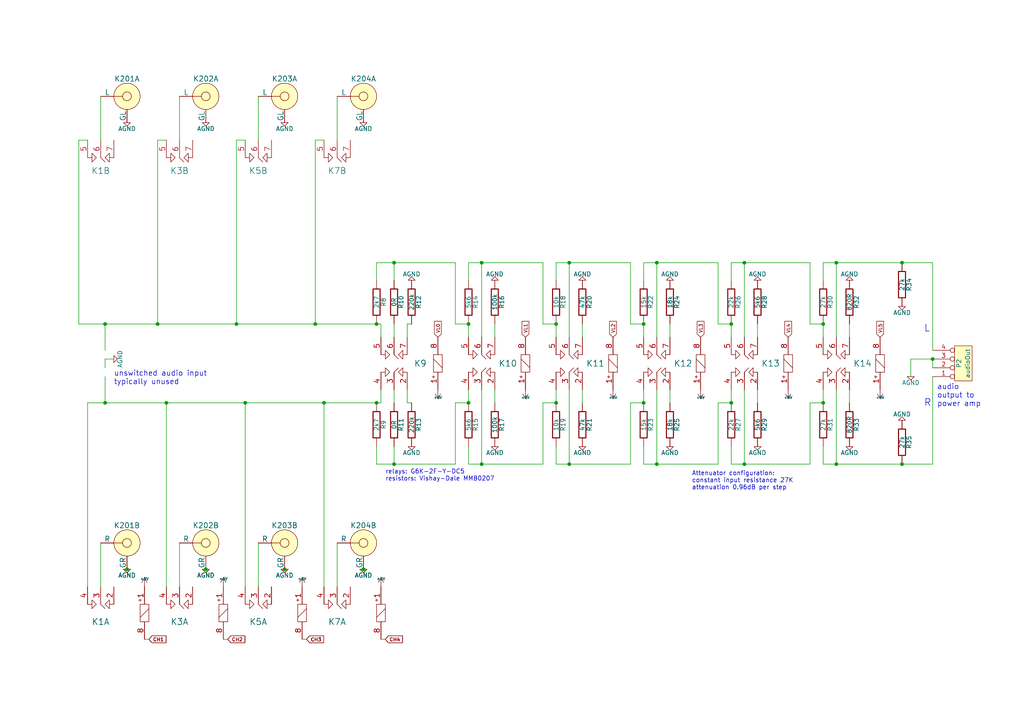
<source format=kicad_sch>
(kicad_sch (version 20231120) (generator "eeschema") (generator_version "8.0")
  (paper "A4")
  (title_block (title "Audio Attenuator") (date "2016-08-27") (company "Jos van Eijndhoven") (comment 1 "Copyright 2016") (comment 2 "Permission for free use for personal/DIY application only"))
  (lib_symbols
    (symbol "relaixedPassive-rescue:+5V-power" (power) (pin_names (offset 0))
      (property "Value" "power_+5V" (at 0 3.556 0))
      (symbol "+5V-power_0_1"
        (polyline (pts (xy -0.762 1.27) (xy 0 2.54)))
        (polyline (pts (xy 0 0) (xy 0 2.54)))
        (polyline (pts (xy 0 2.54) (xy 0.762 1.27)))
      )
      (symbol "+5V-power_1_1"
        (pin power_in line (at 0 0 90) (length 0) hide (name "+5V") (number "1"))
      )
    )
    (symbol "relaixedPassive-rescue:AGND" (power) (pin_names (offset 0.254))
      (property "Value" "AGND" (at 0 -1.778 0))
      (symbol "AGND_0_1"
        (polyline (pts (xy -1.016 0) (xy 1.016 0) (xy 0 -1.016) (xy -1.016 0)))
      )
      (symbol "AGND_1_1"
        (pin power_in line (at 0 0 90) (length 0) hide (name "AGND") (number "1"))
      )
    )
    (symbol "relaixedPassive-rescue:CONN_4" (pin_names (offset 1.016) hide)
      (property "Reference" "P" (at -1.27 0 90))
      (property "Value" "CONN_4" (at 1.27 0 90))
      (symbol "CONN_4_0_1"
        (rectangle (start -2.54 5.08) (end 2.54 -5.08) (fill (type background)))
      )
      (symbol "CONN_4_1_1"
        (pin passive inverted (at -8.89 3.81 0) (length 6.35) (name "P1") (number "1"))
        (pin passive inverted (at -8.89 1.27 0) (length 6.35) (name "P2") (number "2"))
        (pin passive inverted (at -8.89 -1.27 0) (length 6.35) (name "P3") (number "3"))
        (pin passive inverted (at -8.89 -3.81 0) (length 6.35) (name "P4") (number "4"))
      )
    )
    (symbol "relaixedPassive-rescue:R" (pin_numbers hide) (pin_names (offset 0))
      (property "Reference" "R" (at 2.032 0 90))
      (property "Value" "R" (at 0 0 90))
      (symbol "R_0_1"
        (rectangle (start -1.016 3.81) (end 1.016 -3.81) (stroke (width 0.3048)))
      )
      (symbol "R_1_1"
        (pin passive line (at 0 6.35 270) (length 2.54) (name "~") (number "1"))
        (pin passive line (at 0 -6.35 90) (length 2.54) (name "~") (number "2"))
      )
    )
    (symbol "relaixedPassive-rescue:RELAY_G6K" (pin_names (offset 1.016) hide)
      (property "Reference" "K" (at -1.27 10.16 0))
      (property "Value" "RELAY_G6K" (at 3.81 0 0))
      (symbol "RELAY_G6K_0_0"
        (text "+" (at -5.08 -3.81 0) (effects (font (size 1.016 1.016))))
      )
      (symbol "RELAY_G6K_0_1"
        (rectangle (start -7.62 2.54) (end -5.08 -2.54))
        (polyline (pts (xy 3.81 -2.54) (xy 2.54 -2.54) (xy 2.54 -2.54)))
        (polyline (pts (xy 3.81 2.54) (xy 2.54 2.54) (xy 2.54 2.54)))
        (polyline (pts (xy 8.89 -2.54) (xy 10.16 -2.54) (xy 10.16 -2.54)))
        (polyline (pts (xy 8.89 2.54) (xy 10.16 2.54) (xy 10.16 2.54)))
        (polyline (pts (xy -5.08 1.27) (xy -7.62 -1.27) (xy -7.62 -1.27) (xy -7.62 -1.27)))
        (polyline (pts (xy 5.08 -1.27) (xy 6.35 -2.54) (xy 6.35 -3.81) (xy 6.35 -3.81)))
        (polyline (pts (xy 5.08 1.27) (xy 6.35 2.54) (xy 6.35 3.81) (xy 6.35 3.81)))
        (polyline (pts (xy 3.81 -1.27) (xy 3.81 -3.81) (xy 5.08 -2.54) (xy 3.81 -1.27) (xy 3.81 -1.27)))
        (polyline (pts (xy 3.81 3.81) (xy 3.81 1.27) (xy 5.08 2.54) (xy 3.81 3.81) (xy 3.81 3.81)))
        (polyline (pts (xy 7.62 -2.54) (xy 8.89 -1.27) (xy 8.89 -3.81) (xy 7.62 -2.54) (xy 7.62 -2.54)))
        (polyline (pts (xy 7.62 2.54) (xy 8.89 3.81) (xy 8.89 1.27) (xy 7.62 2.54) (xy 7.62 2.54)))
      )
      (symbol "RELAY_G6K_1_1"
        (pin input line (at -6.35 -7.62 90) (length 5.08) (name "~") (number "1"))
        (pin passive line (at 2.54 -7.62 90) (length 5.08) (name "~") (number "2"))
        (pin passive line (at 6.35 -7.62 90) (length 5.08) (name "~") (number "3"))
        (pin passive line (at 10.16 -7.62 90) (length 5.08) (name "~") (number "4"))
        (pin passive line (at 10.16 7.62 270) (length 5.08) (name "~") (number "5"))
        (pin passive line (at 6.35 7.62 270) (length 5.08) (name "~") (number "6"))
        (pin passive line (at 2.54 7.62 270) (length 5.08) (name "~") (number "7"))
        (pin input line (at -6.35 7.62 270) (length 5.08) (name "~") (number "8"))
      )
    )
    (symbol "relaixedPassive-rescue:RELAY_G6K_AB" (pin_names (offset 1.016) hide)
      (property "Reference" "K" (at -1.27 10.16 0))
      (property "Value" "RELAY_G6K_AB" (at 5.08 0 0))
      (symbol "RELAY_G6K_AB_1_0"
        (text "+" (at -5.08 -3.81 0) (effects (font (size 1.016 1.016))))
      )
      (symbol "RELAY_G6K_AB_1_1"
        (rectangle (start -7.62 2.54) (end -5.08 -2.54))
        (polyline (pts (xy 2.54 -2.54) (xy 3.81 -2.54)))
        (polyline (pts (xy 6.35 -2.54) (xy 5.08 -1.27)))
        (polyline (pts (xy -5.08 1.27) (xy -7.62 -1.27) (xy -7.62 -1.27) (xy -7.62 -1.27)))
        (polyline (pts (xy 3.81 -1.27) (xy 3.81 -3.81) (xy 5.08 -2.54) (xy 3.81 -1.27) (xy 3.81 -1.27)))
        (polyline (pts (xy 10.16 -2.54) (xy 8.89 -2.54) (xy 8.89 -1.27) (xy 7.62 -2.54) (xy 8.89 -3.81) (xy 8.89 -2.54)))
        (pin input line (at -6.35 -7.62 90) (length 5.08) (name "~") (number "1"))
        (pin passive line (at 2.54 -7.62 90) (length 5.08) (name "~") (number "2"))
        (pin passive line (at 6.35 -7.62 90) (length 5.08) (name "~") (number "3"))
        (pin passive line (at 10.16 -7.62 90) (length 5.08) (name "~") (number "4"))
        (pin input line (at -6.35 7.62 270) (length 5.08) (name "~") (number "8"))
      )
      (symbol "RELAY_G6K_AB_2_1"
        (polyline (pts (xy 6.35 2.54) (xy 5.08 1.27)))
        (polyline (pts (xy 8.89 2.54) (xy 8.89 3.81) (xy 7.62 2.54) (xy 8.89 1.27) (xy 8.89 2.54)))
        (polyline (pts (xy 2.54 2.54) (xy 3.81 2.54) (xy 3.81 1.27) (xy 5.08 2.54) (xy 3.81 3.81) (xy 3.81 2.54)))
        (rectangle (start 10.16 2.54) (end 8.89 2.54))
        (pin passive line (at 10.16 7.62 270) (length 5.08) (name "~") (number "5"))
        (pin passive line (at 6.35 7.62 270) (length 5.08) (name "~") (number "6"))
        (pin passive line (at 2.54 7.62 270) (length 5.08) (name "~") (number "7"))
      )
    )
    (symbol "relaixedPassive-rescue:cinch-dual" (pin_numbers hide) (pin_names (offset 0))
      (property "Reference" "K" (at 0 5.08 0))
      (property "Value" "cinch-dual" (at 7.62 -6.35 0))
      (symbol "cinch-dual_0_1"
        (polyline (pts (xy -1.27 0) (xy -2.54 0) (xy -3.81 0)))
        (circle (center 0 0) (radius 1.27))
        (circle (center 0 0) (radius 3.81) (fill (type background)))
      )
      (symbol "cinch-dual_1_1"
        (pin passive line (at -7.62 0 0) (length 3.81) (name "L") (number "2"))
        (pin passive line (at 0 -7.62 90) (length 3.81) (name "GL") (number "3"))
      )
      (symbol "cinch-dual_2_1"
        (pin passive line (at -7.62 0 0) (length 3.81) (name "R") (number "1"))
        (pin passive line (at 0 -7.62 90) (length 3.81) (name "GR") (number "4"))
      )
    )
  )
  (junction (at 48.26 116.84))
  (junction (at 161.29 116.84))
  (junction (at 91.44 93.98))
  (junction (at 71.12 116.84))
  (junction (at 93.98 116.84))
  (junction (at 242.57 134.62))
  (junction (at 212.09 116.84))
  (junction (at 238.76 93.98))
  (junction (at 212.09 93.98))
  (junction (at 190.5 76.2))
  (junction (at 135.89 116.84))
  (junction (at 270.51 104.14))
  (junction (at 215.9 76.2))
  (junction (at 105.41 165.1))
  (junction (at 30.48 116.84))
  (junction (at 186.69 116.84))
  (junction (at 109.22 93.98))
  (junction (at 165.1 134.62))
  (junction (at 190.5 134.62))
  (junction (at 238.76 116.84))
  (junction (at 82.55 165.1))
  (junction (at 139.7 134.62))
  (junction (at 261.62 76.2))
  (junction (at 242.57 76.2))
  (junction (at 215.9 134.62))
  (junction (at 161.29 93.98))
  (junction (at 36.83 165.1))
  (junction (at 109.22 116.84))
  (junction (at 165.1 76.2))
  (junction (at 261.62 134.62))
  (junction (at 30.48 93.98))
  (junction (at 59.69 165.1))
  (junction (at 68.58 93.98))
  (junction (at 186.69 93.98))
  (junction (at 45.72 93.98))
  (junction (at 114.3 134.62))
  (junction (at 139.7 76.2))
  (junction (at 114.3 76.2))
  (junction (at 135.89 93.98))
  (wire (pts (xy 186.69 134.62) (xy 186.69 129.54)))
  (wire (pts (xy 110.49 116.84) (xy 110.49 113.03)))
  (wire (pts (xy 143.51 113.03) (xy 143.51 116.84)))
  (wire (pts (xy 139.7 76.2) (xy 157.48 76.2)))
  (wire (pts (xy 30.48 93.98) (xy 30.48 101.6)))
  (wire (pts (xy 71.12 170.18) (xy 71.12 116.84)))
  (wire (pts (xy 91.44 40.64) (xy 93.98 40.64)))
  (wire (pts (xy 135.89 93.98) (xy 135.89 97.79)))
  (wire (pts (xy 135.89 76.2) (xy 139.7 76.2)))
  (wire (pts (xy 234.95 93.98) (xy 238.76 93.98)))
  (wire (pts (xy 238.76 134.62) (xy 238.76 129.54)))
  (wire (pts (xy 161.29 134.62) (xy 165.1 134.62)))
  (wire (pts (xy 114.3 81.28) (xy 114.3 76.2)))
  (wire (pts (xy 114.3 93.98) (xy 114.3 97.79)))
  (wire (pts (xy 261.62 76.2) (xy 270.51 76.2)))
  (wire (pts (xy 132.08 134.62) (xy 114.3 134.62)))
  (wire (pts (xy 186.69 76.2) (xy 190.5 76.2)))
  (wire (pts (xy 165.1 134.62) (xy 182.88 134.62)))
  (wire (pts (xy 270.51 134.62) (xy 270.51 109.22)))
  (wire (pts (xy 93.98 116.84) (xy 109.22 116.84)))
  (wire (pts (xy 71.12 40.64) (xy 68.58 40.64)))
  (wire (pts (xy 190.5 97.79) (xy 190.5 76.2)))
  (wire (pts (xy 194.31 113.03) (xy 194.31 116.84)))
  (wire (pts (xy 190.5 134.62) (xy 186.69 134.62)))
  (wire (pts (xy 234.95 116.84) (xy 238.76 116.84)))
  (wire (pts (xy 234.95 134.62) (xy 234.95 116.84)))
  (wire (pts (xy 215.9 97.79) (xy 215.9 76.2)))
  (wire (pts (xy 91.44 93.98) (xy 91.44 40.64)))
  (wire (pts (xy 110.49 185.42) (xy 111.76 185.42)))
  (wire (pts (xy 109.22 76.2) (xy 109.22 81.28)))
  (wire (pts (xy 246.38 93.98) (xy 246.38 97.79)))
  (wire (pts (xy 161.29 116.84) (xy 161.29 113.03)))
  (wire (pts (xy 161.29 97.79) (xy 161.29 93.98)))
  (wire (pts (xy 161.29 116.84) (xy 157.48 116.84)))
  (wire (pts (xy 139.7 134.62) (xy 157.48 134.62)))
  (wire (pts (xy 238.76 81.28) (xy 238.76 76.2)))
  (wire (pts (xy 212.09 76.2) (xy 212.09 81.28)))
  (wire (pts (xy 135.89 116.84) (xy 135.89 113.03)))
  (wire (pts (xy 264.16 109.22) (xy 264.16 104.14)))
  (wire (pts (xy 242.57 76.2) (xy 261.62 76.2)))
  (wire (pts (xy 114.3 76.2) (xy 109.22 76.2)))
  (wire (pts (xy 219.71 93.98) (xy 219.71 97.79)))
  (wire (pts (xy 45.72 40.64) (xy 48.26 40.64)))
  (wire (pts (xy 238.76 93.98) (xy 238.76 97.79)))
  (wire (pts (xy 194.31 93.98) (xy 194.31 97.79)))
  (wire (pts (xy 135.89 129.54) (xy 135.89 134.62)))
  (wire (pts (xy 68.58 40.64) (xy 68.58 93.98)))
  (wire (pts (xy 114.3 129.54) (xy 114.3 134.62)))
  (wire (pts (xy 114.3 113.03) (xy 114.3 116.84)))
  (wire (pts (xy 139.7 76.2) (xy 139.7 97.79)))
  (wire (pts (xy 157.48 93.98) (xy 161.29 93.98)))
  (wire (pts (xy 71.12 116.84) (xy 93.98 116.84)))
  (wire (pts (xy 215.9 113.03) (xy 215.9 134.62)))
  (wire (pts (xy 119.38 116.84) (xy 118.11 116.84)))
  (wire (pts (xy 264.16 104.14) (xy 270.51 104.14)))
  (wire (pts (xy 110.49 97.79) (xy 110.49 93.98)))
  (wire (pts (xy 118.11 116.84) (xy 118.11 113.03)))
  (wire (pts (xy 139.7 134.62) (xy 139.7 113.03)))
  (wire (pts (xy 182.88 134.62) (xy 182.88 116.84)))
  (wire (pts (xy 165.1 97.79) (xy 165.1 76.2)))
  (wire (pts (xy 215.9 76.2) (xy 212.09 76.2)))
  (wire (pts (xy 261.62 134.62) (xy 270.51 134.62)))
  (wire (pts (xy 66.04 185.42) (xy 64.77 185.42)))
  (wire (pts (xy 234.95 93.98) (xy 234.95 76.2)))
  (wire (pts (xy 212.09 134.62) (xy 215.9 134.62)))
  (wire (pts (xy 157.48 116.84) (xy 157.48 134.62)))
  (wire (pts (xy 212.09 113.03) (xy 212.09 116.84)))
  (wire (pts (xy 182.88 93.98) (xy 182.88 76.2)))
  (wire (pts (xy 91.44 93.98) (xy 68.58 93.98)))
  (wire (pts (xy 161.29 134.62) (xy 161.29 129.54)))
  (wire (pts (xy 242.57 134.62) (xy 242.57 113.03)))
  (wire (pts (xy 45.72 93.98) (xy 30.48 93.98)))
  (wire (pts (xy 52.07 27.94) (xy 52.07 40.64)))
  (wire (pts (xy 22.86 93.98) (xy 22.86 40.64)))
  (wire (pts (xy 110.49 93.98) (xy 109.22 93.98)))
  (wire (pts (xy 74.93 27.94) (xy 74.93 40.64)))
  (wire (pts (xy 238.76 113.03) (xy 238.76 116.84)))
  (wire (pts (xy 270.51 76.2) (xy 270.51 101.6)))
  (wire (pts (xy 114.3 134.62) (xy 109.22 134.62)))
  (wire (pts (xy 212.09 134.62) (xy 212.09 129.54)))
  (wire (pts (xy 132.08 76.2) (xy 114.3 76.2)))
  (wire (pts (xy 219.71 113.03) (xy 219.71 116.84)))
  (wire (pts (xy 208.28 76.2) (xy 208.28 93.98)))
  (wire (pts (xy 186.69 81.28) (xy 186.69 76.2)))
  (wire (pts (xy 186.69 93.98) (xy 186.69 97.79)))
  (wire (pts (xy 186.69 113.03) (xy 186.69 116.84)))
  (wire (pts (xy 25.4 116.84) (xy 30.48 116.84)))
  (wire (pts (xy 109.22 116.84) (xy 110.49 116.84)))
  (wire (pts (xy 97.79 27.94) (xy 97.79 40.64)))
  (wire (pts (xy 132.08 93.98) (xy 132.08 76.2)))
  (wire (pts (xy 246.38 113.03) (xy 246.38 116.84)))
  (wire (pts (xy 88.9 185.42) (xy 87.63 185.42)))
  (wire (pts (xy 135.89 81.28) (xy 135.89 76.2)))
  (wire (pts (xy 135.89 116.84) (xy 132.08 116.84)))
  (wire (pts (xy 157.48 76.2) (xy 157.48 93.98)))
  (wire (pts (xy 45.72 93.98) (xy 45.72 40.64)))
  (wire (pts (xy 109.22 129.54) (xy 109.22 134.62)))
  (wire (pts (xy 208.28 116.84) (xy 212.09 116.84)))
  (wire (pts (xy 52.07 157.48) (xy 52.07 170.18)))
  (wire (pts (xy 242.57 76.2) (xy 242.57 97.79)))
  (wire (pts (xy 234.95 76.2) (xy 215.9 76.2)))
  (wire (pts (xy 119.38 93.98) (xy 118.11 93.98)))
  (wire (pts (xy 48.26 116.84) (xy 71.12 116.84)))
  (wire (pts (xy 238.76 134.62) (xy 242.57 134.62)))
  (wire (pts (xy 242.57 134.62) (xy 261.62 134.62)))
  (wire (pts (xy 30.48 106.68) (xy 30.48 104.14)))
  (wire (pts (xy 74.93 157.48) (xy 74.93 170.18)))
  (wire (pts (xy 161.29 76.2) (xy 161.29 81.28)))
  (wire (pts (xy 270.51 104.14) (xy 270.51 106.68)))
  (wire (pts (xy 168.91 113.03) (xy 168.91 116.84)))
  (wire (pts (xy 132.08 93.98) (xy 135.89 93.98)))
  (wire (pts (xy 30.48 109.22) (xy 30.48 116.84)))
  (wire (pts (xy 25.4 40.64) (xy 22.86 40.64)))
  (wire (pts (xy 208.28 134.62) (xy 208.28 116.84)))
  (wire (pts (xy 182.88 76.2) (xy 165.1 76.2)))
  (wire (pts (xy 190.5 113.03) (xy 190.5 134.62)))
  (wire (pts (xy 25.4 170.18) (xy 25.4 116.84)))
  (wire (pts (xy 118.11 93.98) (xy 118.11 97.79)))
  (wire (pts (xy 43.18 185.42) (xy 41.91 185.42)))
  (wire (pts (xy 135.89 134.62) (xy 139.7 134.62)))
  (wire (pts (xy 68.58 93.98) (xy 45.72 93.98)))
  (wire (pts (xy 29.21 27.94) (xy 29.21 40.64)))
  (wire (pts (xy 165.1 113.03) (xy 165.1 134.62)))
  (wire (pts (xy 93.98 116.84) (xy 93.98 170.18)))
  (wire (pts (xy 30.48 116.84) (xy 48.26 116.84)))
  (wire (pts (xy 190.5 76.2) (xy 208.28 76.2)))
  (wire (pts (xy 215.9 134.62) (xy 234.95 134.62)))
  (wire (pts (xy 29.21 157.48) (xy 29.21 170.18)))
  (wire (pts (xy 97.79 157.48) (xy 97.79 170.18)))
  (wire (pts (xy 212.09 97.79) (xy 212.09 93.98)))
  (wire (pts (xy 238.76 76.2) (xy 242.57 76.2)))
  (wire (pts (xy 30.48 93.98) (xy 22.86 93.98)))
  (wire (pts (xy 109.22 93.98) (xy 91.44 93.98)))
  (wire (pts (xy 143.51 93.98) (xy 143.51 97.79)))
  (wire (pts (xy 165.1 76.2) (xy 161.29 76.2)))
  (wire (pts (xy 208.28 93.98) (xy 212.09 93.98)))
  (wire (pts (xy 30.48 104.14) (xy 33.02 104.14)))
  (wire (pts (xy 182.88 116.84) (xy 186.69 116.84)))
  (wire (pts (xy 168.91 93.98) (xy 168.91 97.79)))
  (wire (pts (xy 182.88 93.98) (xy 186.69 93.98)))
  (wire (pts (xy 132.08 116.84) (xy 132.08 134.62)))
  (wire (pts (xy 208.28 134.62) (xy 190.5 134.62)))
  (wire (pts (xy 48.26 116.84) (xy 48.26 170.18)))
  (text "relays: G6K-2F-Y-DC5\nresistors: Vishay-Dale MMB0207" (at 111.76 139.7 0) (effects (font (size 1.27 1.27)) (justify left bottom)))
  (text "unswitched audio input\ntypically unused" (at 33.02 111.76 0) (effects (font (size 1.524 1.524)) (justify left bottom)))
  (text "L" (at 267.97 96.52 0) (effects (font (size 2.0066 2.0066)) (justify left bottom)))
  (text "audio\noutput to\npower amp" (at 271.78 118.11 0) (effects (font (size 1.524 1.524)) (justify left bottom)))
  (text "Attenuator configuration:\nconstant input resistance 27K\nattenuation 0.96dB per step" (at 200.66 142.24 0) (effects (font (size 1.27 1.27)) (justify left bottom)))
  (text "R" (at 267.97 118.11 0) (effects (font (size 2.0066 2.0066)) (justify left bottom)))
  (global_label "VL5" (shape input) (at 255.27 97.79 90) (effects (font (size 1.016 1.016))) (property "Intersheetrefs" "${INTERSHEET_REFS}" (effects (hide yes))))
  (global_label "CH4" (shape input) (at 111.76 185.42 0) (effects (font (size 1.016 1.016))) (property "Intersheetrefs" "${INTERSHEET_REFS}" (effects (hide yes))))
  (global_label "CH3" (shape input) (at 88.9 185.42 0) (effects (font (size 1.016 1.016))) (property "Intersheetrefs" "${INTERSHEET_REFS}" (effects (hide yes))))
  (global_label "VL3" (shape input) (at 203.2 97.79 90) (effects (font (size 1.016 1.016))) (property "Intersheetrefs" "${INTERSHEET_REFS}" (effects (hide yes))))
  (global_label "VL2" (shape input) (at 177.8 97.79 90) (effects (font (size 1.016 1.016))) (property "Intersheetrefs" "${INTERSHEET_REFS}" (effects (hide yes))))
  (global_label "VL1" (shape input) (at 152.4 97.79 90) (effects (font (size 1.016 1.016))) (property "Intersheetrefs" "${INTERSHEET_REFS}" (effects (hide yes))))
  (global_label "CH4" (shape input) (at 111.76 185.42 0) (effects (font (size 1.016 1.016))) (property "Intersheetrefs" "${INTERSHEET_REFS}" (effects (hide yes))))
  (global_label "VL0" (shape input) (at 127 97.79 90) (effects (font (size 1.016 1.016))) (property "Intersheetrefs" "${INTERSHEET_REFS}" (effects (hide yes))))
  (global_label "CH1" (shape input) (at 43.18 185.42 0) (effects (font (size 1.016 1.016))) (property "Intersheetrefs" "${INTERSHEET_REFS}" (effects (hide yes))))
  (global_label "CH1" (shape input) (at 43.18 185.42 0) (effects (font (size 1.016 1.016))) (property "Intersheetrefs" "${INTERSHEET_REFS}" (effects (hide yes))))
  (global_label "CH2" (shape input) (at 66.04 185.42 0) (effects (font (size 1.016 1.016))) (property "Intersheetrefs" "${INTERSHEET_REFS}" (effects (hide yes))))
  (global_label "CH3" (shape input) (at 88.9 185.42 0) (effects (font (size 1.016 1.016))) (property "Intersheetrefs" "${INTERSHEET_REFS}" (effects (hide yes))))
  (global_label "CH2" (shape input) (at 66.04 185.42 0) (effects (font (size 1.016 1.016))) (property "Intersheetrefs" "${INTERSHEET_REFS}" (effects (hide yes))))
  (global_label "VL4" (shape input) (at 228.6 97.79 90) (effects (font (size 1.016 1.016))) (property "Intersheetrefs" "${INTERSHEET_REFS}" (effects (hide yes))))
  (symbol (lib_id "relaixedPassive-rescue:cinch-dual") (at 105.41 27.94 0) (unit 1)
    (property "Reference" "K204" (at 105.41 22.86 0) (effects (font (size 1.524 1.524))))
    (property "Value" "CINCH-DUAL" (effects (hide yes)))
    (property "Footprint" "RlxPassiveFootprints:switchcraft-dualcinch" (effects (hide yes)))
    (instances (project "" (path "" (reference "K204") (unit 1)) (path "" (reference "K8") (unit 1))))
  )
  (symbol (lib_id "relaixedPassive-rescue:AGND") (at 105.41 35.56 0) (unit 1)
    (property "Reference" "#PWR028" (effects (hide yes)))
    (property "Value" "AGND" (at 105.41 37.338 0))
    (instances (project "" (path "" (reference "#PWR028") (unit 1)) (path "" (reference "#PWR041") (unit 1))))
  )
  (symbol (lib_id "relaixedPassive-rescue:AGND") (at 264.16 109.22 0) (unit 1)
    (property "Reference" "#PWR027" (effects (hide yes)))
    (property "Value" "AGND" (at 264.16 110.998 0))
    (instances (project "" (path "" (reference "#PWR027") (unit 1)) (path "" (reference "#PWR065") (unit 1))))
  )
  (symbol (lib_id "relaixedPassive-rescue:RELAY_G6K_AB") (at 104.14 48.26 0) (mirror y) (unit 2)
    (property "Reference" "K7" (at 97.79 49.53 0) (effects (font (size 1.778 1.778))))
    (property "Value" "RELAY_G6K_AB" (effects (hide yes)))
    (property "Footprint" "RlxPassiveFootprints:G6K-2F-Y" (effects (hide yes)))
  )
  (symbol (lib_id "relaixedPassive-rescue:RELAY_G6K_AB") (at 81.28 48.26 0) (mirror y) (unit 2)
    (property "Reference" "K5" (at 74.93 49.53 0) (effects (font (size 1.778 1.778))))
    (property "Value" "RELAY_G6K_AB" (effects (hide yes)))
    (property "Footprint" "RlxPassiveFootprints:G6K-2F-Y" (effects (hide yes)))
  )
  (symbol (lib_id "relaixedPassive-rescue:AGND") (at 82.55 35.56 0) (unit 1)
    (property "Reference" "#PWR026" (effects (hide yes)))
    (property "Value" "AGND" (at 82.55 37.338 0))
    (instances (project "" (path "" (reference "#PWR026") (unit 1)) (path "" (reference "#PWR037") (unit 1))))
  )
  (symbol (lib_id "relaixedPassive-rescue:cinch-dual") (at 82.55 27.94 0) (unit 1)
    (property "Reference" "K203" (at 82.55 22.86 0) (effects (font (size 1.524 1.524))))
    (property "Value" "CINCH-DUAL" (effects (hide yes)))
    (property "Footprint" "RlxPassiveFootprints:switchcraft-dualcinch" (effects (hide yes)))
    (instances (project "" (path "" (reference "K203") (unit 1)) (path "" (reference "K6") (unit 1))))
  )
  (symbol (lib_id "relaixedPassive-rescue:cinch-dual") (at 36.83 27.94 0) (unit 1)
    (property "Reference" "K201" (at 36.83 22.86 0) (effects (font (size 1.524 1.524))))
    (property "Value" "CINCH-DUAL" (effects (hide yes)))
    (property "Footprint" "RlxPassiveFootprints:switchcraft-dualcinch" (effects (hide yes)))
    (instances (project "" (path "" (reference "K201") (unit 1)) (path "" (reference "K2") (unit 1))))
  )
  (symbol (lib_id "relaixedPassive-rescue:AGND") (at 36.83 35.56 0) (unit 1)
    (property "Reference" "#PWR025" (effects (hide yes)))
    (property "Value" "AGND" (at 36.83 37.338 0))
    (instances (project "" (path "" (reference "#PWR025") (unit 1)) (path "" (reference "#PWR029") (unit 1))))
  )
  (symbol (lib_id "relaixedPassive-rescue:RELAY_G6K_AB") (at 35.56 48.26 0) (mirror y) (unit 2)
    (property "Reference" "K1" (at 29.21 49.53 0) (effects (font (size 1.778 1.778))))
    (property "Value" "RELAY_G6K_AB" (effects (hide yes)))
    (property "Footprint" "RlxPassiveFootprints:G6K-2F-Y" (effects (hide yes)))
  )
  (symbol (lib_id "relaixedPassive-rescue:RELAY_G6K_AB") (at 58.42 48.26 0) (mirror y) (unit 2)
    (property "Reference" "K3" (at 52.07 49.53 0) (effects (font (size 1.778 1.778))))
    (property "Value" "RELAY_G6K_AB" (effects (hide yes)))
    (property "Footprint" "RlxPassiveFootprints:G6K-2F-Y" (effects (hide yes)))
  )
  (symbol (lib_id "relaixedPassive-rescue:AGND") (at 59.69 35.56 0) (unit 1)
    (property "Reference" "#PWR024" (effects (hide yes)))
    (property "Value" "AGND" (at 59.69 37.338 0))
    (instances (project "" (path "" (reference "#PWR024") (unit 1)) (path "" (reference "#PWR033") (unit 1))))
  )
  (symbol (lib_id "relaixedPassive-rescue:cinch-dual") (at 59.69 27.94 0) (unit 1)
    (property "Reference" "K202" (at 59.69 22.86 0) (effects (font (size 1.524 1.524))))
    (property "Value" "CINCH-DUAL" (effects (hide yes)))
    (property "Footprint" "RlxPassiveFootprints:switchcraft-dualcinch" (effects (hide yes)))
    (instances (project "" (path "" (reference "K202") (unit 1)) (path "" (reference "K4") (unit 1))))
  )
  (symbol (lib_id "relaixedPassive-rescue:RELAY_G6K") (at 120.65 105.41 0) (mirror y) (unit 1)
    (property "Reference" "K9" (at 121.92 105.41 0) (effects (font (size 1.778 1.778))))
    (property "Value" "RELAY_G6K" (effects (hide yes)))
    (property "Footprint" "RlxPassiveFootprints:G6K-2F-Y" (effects (hide yes)))
  )
  (symbol (lib_id "relaixedPassive-rescue:RELAY_G6K") (at 146.05 105.41 0) (mirror y) (unit 1)
    (property "Reference" "K10" (at 147.32 105.41 0) (effects (font (size 1.778 1.778))))
    (property "Value" "RELAY_G6K" (effects (hide yes)))
    (property "Footprint" "RlxPassiveFootprints:G6K-2F-Y" (effects (hide yes)))
  )
  (symbol (lib_id "relaixedPassive-rescue:R") (at 109.22 87.63 0) (unit 1)
    (property "Reference" "R8" (at 111.252 87.63 90))
    (property "Value" "2k7" (at 109.22 87.63 90))
    (property "Footprint" "fplib-rev2:MMB0207-1210" (effects (hide yes)))
  )
  (symbol (lib_id "relaixedPassive-rescue:R") (at 119.38 87.63 0) (unit 1)
    (property "Reference" "R12" (at 121.412 87.63 90))
    (property "Value" "220k" (at 119.38 87.63 90))
    (property "Footprint" "fplib-rev2:MMB0207-1210" (effects (hide yes)))
  )
  (symbol (lib_id "relaixedPassive-rescue:R") (at 114.3 87.63 0) (unit 1)
    (property "Reference" "R10" (at 116.332 87.63 90))
    (property "Value" "0R" (at 114.3 87.63 90))
    (property "Footprint" "fplib-rev2:MMB0207-1210" (effects (hide yes)))
  )
  (symbol (lib_id "relaixedPassive-rescue:R") (at 135.89 87.63 0) (unit 1)
    (property "Reference" "R14" (at 137.922 87.63 90))
    (property "Value" "5k6" (at 135.89 87.63 90))
    (property "Footprint" "fplib-rev2:MMB0207-1210" (effects (hide yes)))
  )
  (symbol (lib_id "relaixedPassive-rescue:R") (at 143.51 87.63 0) (unit 1)
    (property "Reference" "R16" (at 145.542 87.63 90))
    (property "Value" "100k" (at 143.51 87.63 90))
    (property "Footprint" "fplib-rev2:MMB0207-1210" (effects (hide yes)))
  )
  (symbol (lib_id "relaixedPassive-rescue:AGND") (at 119.38 81.28 180) (unit 1)
    (property "Reference" "#PWR023" (effects (hide yes)))
    (property "Value" "AGND" (at 119.38 79.502 0))
    (instances (project "" (path "" (reference "#PWR023") (unit 1)) (path "" (reference "#PWR045") (unit 1))))
  )
  (symbol (lib_id "relaixedPassive-rescue:AGND") (at 143.51 81.28 180) (unit 1)
    (property "Reference" "#PWR022" (effects (hide yes)))
    (property "Value" "AGND" (at 143.51 79.502 0))
    (instances (project "" (path "" (reference "#PWR022") (unit 1)) (path "" (reference "#PWR048") (unit 1))))
  )
  (symbol (lib_id "relaixedPassive-rescue:AGND") (at 168.91 81.28 180) (unit 1)
    (property "Reference" "#PWR021" (effects (hide yes)))
    (property "Value" "AGND" (at 168.91 79.502 0))
    (instances (project "" (path "" (reference "#PWR021") (unit 1)) (path "" (reference "#PWR051") (unit 1))))
  )
  (symbol (lib_id "relaixedPassive-rescue:R") (at 168.91 87.63 0) (unit 1)
    (property "Reference" "R20" (at 170.942 87.63 90))
    (property "Value" "47k" (at 168.91 87.63 90))
    (property "Footprint" "fplib-rev2:MMB0207-1210" (effects (hide yes)))
  )
  (symbol (lib_id "relaixedPassive-rescue:R") (at 161.29 87.63 0) (unit 1)
    (property "Reference" "R18" (at 163.322 87.63 90))
    (property "Value" "10k" (at 161.29 87.63 90))
    (property "Footprint" "fplib-rev2:MMB0207-1210" (effects (hide yes)))
  )
  (symbol (lib_id "relaixedPassive-rescue:RELAY_G6K") (at 171.45 105.41 0) (mirror y) (unit 1)
    (property "Reference" "K11" (at 172.72 105.41 0) (effects (font (size 1.778 1.778))))
    (property "Value" "RELAY_G6K" (effects (hide yes)))
    (property "Footprint" "RlxPassiveFootprints:G6K-2F-Y" (effects (hide yes)))
  )
  (symbol (lib_id "relaixedPassive-rescue:RELAY_G6K") (at 222.25 105.41 0) (mirror y) (unit 1)
    (property "Reference" "K13" (at 223.52 105.41 0) (effects (font (size 1.778 1.778))))
    (property "Value" "RELAY_G6K" (effects (hide yes)))
    (property "Footprint" "RlxPassiveFootprints:G6K-2F-Y" (effects (hide yes)))
  )
  (symbol (lib_id "relaixedPassive-rescue:R") (at 212.09 87.63 0) (unit 1)
    (property "Reference" "R26" (at 214.122 87.63 90))
    (property "Value" "22k" (at 212.09 87.63 90))
    (property "Footprint" "fplib-rev2:MMB0207-1210" (effects (hide yes)))
  )
  (symbol (lib_id "relaixedPassive-rescue:R") (at 219.71 87.63 0) (unit 1)
    (property "Reference" "R28" (at 221.742 87.63 90))
    (property "Value" "5k6" (at 219.71 87.63 90))
    (property "Footprint" "fplib-rev2:MMB0207-1210" (effects (hide yes)))
  )
  (symbol (lib_id "relaixedPassive-rescue:AGND") (at 219.71 81.28 180) (unit 1)
    (property "Reference" "#PWR020" (effects (hide yes)))
    (property "Value" "AGND" (at 219.71 79.502 0))
    (instances (project "" (path "" (reference "#PWR020") (unit 1)) (path "" (reference "#PWR057") (unit 1))))
  )
  (symbol (lib_id "relaixedPassive-rescue:AGND") (at 194.31 81.28 180) (unit 1)
    (property "Reference" "#PWR019" (effects (hide yes)))
    (property "Value" "AGND" (at 194.31 79.502 0))
    (instances (project "" (path "" (reference "#PWR019") (unit 1)) (path "" (reference "#PWR054") (unit 1))))
  )
  (symbol (lib_id "relaixedPassive-rescue:R") (at 194.31 87.63 0) (unit 1)
    (property "Reference" "R24" (at 196.342 87.63 90))
    (property "Value" "18k" (at 194.31 87.63 90))
    (property "Footprint" "fplib-rev2:MMB0207-1210" (effects (hide yes)))
  )
  (symbol (lib_id "relaixedPassive-rescue:R") (at 186.69 87.63 0) (unit 1)
    (property "Reference" "R22" (at 188.722 87.63 90))
    (property "Value" "15k" (at 186.69 87.63 90))
    (property "Footprint" "fplib-rev2:MMB0207-1210" (effects (hide yes)))
  )
  (symbol (lib_id "relaixedPassive-rescue:RELAY_G6K") (at 196.85 105.41 0) (mirror y) (unit 1)
    (property "Reference" "K12" (at 198.12 105.41 0) (effects (font (size 1.778 1.778))))
    (property "Value" "RELAY_G6K" (effects (hide yes)))
    (property "Footprint" "RlxPassiveFootprints:G6K-2F-Y" (effects (hide yes)))
  )
  (symbol (lib_id "relaixedPassive-rescue:AGND") (at 246.38 81.28 180) (unit 1)
    (property "Reference" "#PWR018" (effects (hide yes)))
    (property "Value" "AGND" (at 246.38 79.502 0))
    (instances (project "" (path "" (reference "#PWR018") (unit 1)) (path "" (reference "#PWR060") (unit 1))))
  )
  (symbol (lib_id "relaixedPassive-rescue:R") (at 246.38 87.63 0) (unit 1)
    (property "Reference" "R32" (at 248.412 87.63 90))
    (property "Value" "820R" (at 246.38 87.63 90))
    (property "Footprint" "fplib-rev2:MMB0207-1210" (effects (hide yes)))
  )
  (symbol (lib_id "relaixedPassive-rescue:R") (at 238.76 87.63 0) (unit 1)
    (property "Reference" "R30" (at 240.792 87.63 90))
    (property "Value" "27k" (at 238.76 87.63 90))
    (property "Footprint" "fplib-rev2:MMB0207-1210" (effects (hide yes)))
  )
  (symbol (lib_id "relaixedPassive-rescue:RELAY_G6K") (at 248.92 105.41 0) (mirror y) (unit 1)
    (property "Reference" "K14" (at 250.19 105.41 0) (effects (font (size 1.778 1.778))))
    (property "Value" "RELAY_G6K" (effects (hide yes)))
    (property "Footprint" "RlxPassiveFootprints:G6K-2F-Y" (effects (hide yes)))
  )
  (symbol (lib_id "relaixedPassive-rescue:R") (at 261.62 82.55 0) (unit 1)
    (property "Reference" "R34" (at 263.652 82.55 90))
    (property "Value" "27k" (at 261.62 82.55 90))
    (property "Footprint" "fplib-rev2:MMB0207-1210" (effects (hide yes)))
  )
  (symbol (lib_id "relaixedPassive-rescue:AGND") (at 261.62 88.9 0) (unit 1)
    (property "Reference" "#PWR017" (effects (hide yes)))
    (property "Value" "AGND" (at 261.62 90.678 0))
    (instances (project "" (path "" (reference "#PWR017") (unit 1)) (path "" (reference "#PWR063") (unit 1))))
  )
  (symbol (lib_id "relaixedPassive-rescue:R") (at 238.76 123.19 0) (mirror x) (unit 1)
    (property "Reference" "R31" (at 240.792 123.19 90))
    (property "Value" "27k" (at 238.76 123.19 90))
    (property "Footprint" "fplib-rev2:MMB0207-1210" (effects (hide yes)))
  )
  (symbol (lib_id "relaixedPassive-rescue:R") (at 246.38 123.19 0) (mirror x) (unit 1)
    (property "Reference" "R33" (at 248.412 123.19 90))
    (property "Value" "820R" (at 246.38 123.19 90))
    (property "Footprint" "fplib-rev2:MMB0207-1210" (effects (hide yes)))
  )
  (symbol (lib_id "relaixedPassive-rescue:AGND") (at 246.38 129.54 0) (mirror y) (unit 1)
    (property "Reference" "#PWR016" (effects (hide yes)))
    (property "Value" "AGND" (at 246.38 131.318 0))
    (instances (project "" (path "" (reference "#PWR016") (unit 1)) (path "" (reference "#PWR061") (unit 1))))
  )
  (symbol (lib_id "relaixedPassive-rescue:R") (at 186.69 123.19 0) (mirror x) (unit 1)
    (property "Reference" "R23" (at 188.722 123.19 90))
    (property "Value" "15k" (at 186.69 123.19 90))
    (property "Footprint" "fplib-rev2:MMB0207-1210" (effects (hide yes)))
  )
  (symbol (lib_id "relaixedPassive-rescue:R") (at 194.31 123.19 0) (mirror x) (unit 1)
    (property "Reference" "R25" (at 196.342 123.19 90))
    (property "Value" "18k" (at 194.31 123.19 90))
    (property "Footprint" "fplib-rev2:MMB0207-1210" (effects (hide yes)))
  )
  (symbol (lib_id "relaixedPassive-rescue:AGND") (at 194.31 129.54 0) (mirror y) (unit 1)
    (property "Reference" "#PWR015" (effects (hide yes)))
    (property "Value" "AGND" (at 194.31 131.318 0))
    (instances (project "" (path "" (reference "#PWR015") (unit 1)) (path "" (reference "#PWR055") (unit 1))))
  )
  (symbol (lib_id "relaixedPassive-rescue:AGND") (at 219.71 129.54 0) (mirror y) (unit 1)
    (property "Reference" "#PWR014" (effects (hide yes)))
    (property "Value" "AGND" (at 219.71 131.318 0))
    (instances (project "" (path "" (reference "#PWR014") (unit 1)) (path "" (reference "#PWR058") (unit 1))))
  )
  (symbol (lib_id "relaixedPassive-rescue:R") (at 219.71 123.19 0) (mirror x) (unit 1)
    (property "Reference" "R29" (at 221.742 123.19 90))
    (property "Value" "5k6" (at 219.71 123.19 90))
    (property "Footprint" "fplib-rev2:MMB0207-1210" (effects (hide yes)))
  )
  (symbol (lib_id "relaixedPassive-rescue:R") (at 212.09 123.19 0) (mirror x) (unit 1)
    (property "Reference" "R27" (at 214.122 123.19 90))
    (property "Value" "22k" (at 212.09 123.19 90))
    (property "Footprint" "fplib-rev2:MMB0207-1210" (effects (hide yes)))
  )
  (symbol (lib_id "relaixedPassive-rescue:R") (at 161.29 123.19 0) (mirror x) (unit 1)
    (property "Reference" "R19" (at 163.322 123.19 90))
    (property "Value" "10k" (at 161.29 123.19 90))
    (property "Footprint" "fplib-rev2:MMB0207-1210" (effects (hide yes)))
  )
  (symbol (lib_id "relaixedPassive-rescue:R") (at 168.91 123.19 0) (mirror x) (unit 1)
    (property "Reference" "R21" (at 170.942 123.19 90))
    (property "Value" "47k" (at 168.91 123.19 90))
    (property "Footprint" "fplib-rev2:MMB0207-1210" (effects (hide yes)))
  )
  (symbol (lib_id "relaixedPassive-rescue:AGND") (at 168.91 129.54 0) (mirror y) (unit 1)
    (property "Reference" "#PWR013" (effects (hide yes)))
    (property "Value" "AGND" (at 168.91 131.318 0))
    (instances (project "" (path "" (reference "#PWR013") (unit 1)) (path "" (reference "#PWR052") (unit 1))))
  )
  (symbol (lib_id "relaixedPassive-rescue:AGND") (at 143.51 129.54 0) (mirror y) (unit 1)
    (property "Reference" "#PWR012" (effects (hide yes)))
    (property "Value" "AGND" (at 143.51 131.318 0))
    (instances (project "" (path "" (reference "#PWR012") (unit 1)) (path "" (reference "#PWR049") (unit 1))))
  )
  (symbol (lib_id "relaixedPassive-rescue:AGND") (at 119.38 129.54 0) (mirror y) (unit 1)
    (property "Reference" "#PWR011" (effects (hide yes)))
    (property "Value" "AGND" (at 119.38 131.318 0))
    (instances (project "" (path "" (reference "#PWR011") (unit 1)) (path "" (reference "#PWR046") (unit 1))))
  )
  (symbol (lib_id "relaixedPassive-rescue:R") (at 143.51 123.19 0) (mirror x) (unit 1)
    (property "Reference" "R17" (at 145.542 123.19 90))
    (property "Value" "100k" (at 143.51 123.19 90))
    (property "Footprint" "fplib-rev2:MMB0207-1210" (effects (hide yes)))
  )
  (symbol (lib_id "relaixedPassive-rescue:R") (at 135.89 123.19 0) (mirror x) (unit 1)
    (property "Reference" "R15" (at 137.922 123.19 90))
    (property "Value" "5k6" (at 135.89 123.19 90))
    (property "Footprint" "fplib-rev2:MMB0207-1210" (effects (hide yes)))
  )
  (symbol (lib_id "relaixedPassive-rescue:R") (at 114.3 123.19 0) (mirror x) (unit 1)
    (property "Reference" "R11" (at 116.332 123.19 90))
    (property "Value" "0R" (at 114.3 123.19 90))
    (property "Footprint" "fplib-rev2:MMB0207-1210" (effects (hide yes)))
  )
  (symbol (lib_id "relaixedPassive-rescue:R") (at 119.38 123.19 0) (mirror x) (unit 1)
    (property "Reference" "R13" (at 121.412 123.19 90))
    (property "Value" "220k" (at 119.38 123.19 90))
    (property "Footprint" "fplib-rev2:MMB0207-1210" (effects (hide yes)))
  )
  (symbol (lib_id "relaixedPassive-rescue:R") (at 109.22 123.19 0) (mirror x) (unit 1)
    (property "Reference" "R9" (at 111.252 123.19 90))
    (property "Value" "2k7" (at 109.22 123.19 90))
    (property "Footprint" "fplib-rev2:MMB0207-1210" (effects (hide yes)))
  )
  (symbol (lib_id "relaixedPassive-rescue:AGND") (at 261.62 121.92 0) (mirror x) (unit 1)
    (property "Reference" "#PWR010" (effects (hide yes)))
    (property "Value" "AGND" (at 261.62 120.142 0))
    (instances (project "" (path "" (reference "#PWR010") (unit 1)) (path "" (reference "#PWR064") (unit 1))))
  )
  (symbol (lib_id "relaixedPassive-rescue:R") (at 261.62 128.27 0) (mirror x) (unit 1)
    (property "Reference" "R35" (at 263.652 128.27 90))
    (property "Value" "27k" (at 261.62 128.27 90))
    (property "Footprint" "fplib-rev2:MMB0207-1210" (effects (hide yes)))
  )
  (symbol (lib_id "relaixedPassive-rescue:cinch-dual") (at 36.83 157.48 0) (unit 2)
    (property "Reference" "K201" (at 36.83 152.4 0) (effects (font (size 1.524 1.524))))
    (property "Value" "CINCH-DUAL" (effects (hide yes)))
    (property "Footprint" "RlxPassiveFootprints:switchcraft-dualcinch" (effects (hide yes)))
    (instances (project "" (path "" (reference "K201") (unit 2)) (path "" (reference "K2") (unit 2))))
  )
  (symbol (lib_id "relaixedPassive-rescue:RELAY_G6K_AB") (at 104.14 177.8 180) (unit 1)
    (property "Reference" "K7" (at 97.79 180.34 0) (effects (font (size 1.778 1.778))))
    (property "Value" "RELAY_G6K_AB" (effects (hide yes)))
    (property "Footprint" "RlxPassiveFootprints:G6K-2F-Y" (effects (hide yes)))
  )
  (symbol (lib_id "relaixedPassive-rescue:AGND") (at 105.41 165.1 0) (unit 1)
    (property "Reference" "#PWR09" (effects (hide yes)))
    (property "Value" "AGND" (at 105.41 166.878 0))
    (instances (project "" (path "" (reference "#PWR09") (unit 1)) (path "" (reference "#PWR042") (unit 1))))
  )
  (symbol (lib_id "relaixedPassive-rescue:AGND") (at 82.55 165.1 0) (unit 1)
    (property "Reference" "#PWR08" (effects (hide yes)))
    (property "Value" "AGND" (at 82.55 166.878 0))
    (instances (project "" (path "" (reference "#PWR08") (unit 1)) (path "" (reference "#PWR038") (unit 1))))
  )
  (symbol (lib_id "relaixedPassive-rescue:AGND") (at 36.83 165.1 0) (unit 1)
    (property "Reference" "#PWR07" (effects (hide yes)))
    (property "Value" "AGND" (at 36.83 166.878 0))
    (instances (project "" (path "" (reference "#PWR07") (unit 1)) (path "" (reference "#PWR030") (unit 1))))
  )
  (symbol (lib_id "relaixedPassive-rescue:AGND") (at 59.69 165.1 0) (unit 1)
    (property "Reference" "#PWR06" (effects (hide yes)))
    (property "Value" "AGND" (at 59.69 166.878 0))
    (instances (project "" (path "" (reference "#PWR06") (unit 1)) (path "" (reference "#PWR034") (unit 1))))
  )
  (symbol (lib_id "relaixedPassive-rescue:cinch-dual") (at 59.69 157.48 0) (unit 2)
    (property "Reference" "K202" (at 59.69 152.4 0) (effects (font (size 1.524 1.524))))
    (property "Value" "CINCH-DUAL" (effects (hide yes)))
    (property "Footprint" "RlxPassiveFootprints:switchcraft-dualcinch" (effects (hide yes)))
    (instances (project "" (path "" (reference "K202") (unit 2)) (path "" (reference "K4") (unit 2))))
  )
  (symbol (lib_id "relaixedPassive-rescue:AGND") (at 59.69 165.1 0) (unit 1)
    (property "Reference" "#PWR05" (effects (hide yes)))
    (property "Value" "AGND" (at 59.69 166.878 0))
    (instances (project "" (path "" (reference "#PWR05") (unit 1)) (path "" (reference "#PWR035") (unit 1))))
  )
  (symbol (lib_id "relaixedPassive-rescue:RELAY_G6K_AB") (at 58.42 177.8 180) (unit 1)
    (property "Reference" "K3" (at 52.07 180.34 0) (effects (font (size 1.778 1.778))))
    (property "Value" "RELAY_G6K_AB" (effects (hide yes)))
    (property "Footprint" "RlxPassiveFootprints:G6K-2F-Y" (effects (hide yes)))
  )
  (symbol (lib_id "relaixedPassive-rescue:RELAY_G6K_AB") (at 35.56 177.8 180) (unit 1)
    (property "Reference" "K1" (at 29.21 180.34 0) (effects (font (size 1.778 1.778))))
    (property "Value" "RELAY_G6K_AB" (effects (hide yes)))
    (property "Footprint" "RlxPassiveFootprints:G6K-2F-Y" (effects (hide yes)))
  )
  (symbol (lib_id "relaixedPassive-rescue:AGND") (at 36.83 165.1 0) (unit 1)
    (property "Reference" "#PWR04" (effects (hide yes)))
    (property "Value" "AGND" (at 36.83 166.878 0))
    (instances (project "" (path "" (reference "#PWR04") (unit 1)) (path "" (reference "#PWR031") (unit 1))))
  )
  (symbol (lib_id "relaixedPassive-rescue:cinch-dual") (at 82.55 157.48 0) (unit 2)
    (property "Reference" "K203" (at 82.55 152.4 0) (effects (font (size 1.524 1.524))))
    (property "Value" "CINCH-DUAL" (effects (hide yes)))
    (property "Footprint" "RlxPassiveFootprints:switchcraft-dualcinch" (effects (hide yes)))
    (instances (project "" (path "" (reference "K203") (unit 2)) (path "" (reference "K6") (unit 2))))
  )
  (symbol (lib_id "relaixedPassive-rescue:AGND") (at 82.55 165.1 0) (unit 1)
    (property "Reference" "#PWR03" (effects (hide yes)))
    (property "Value" "AGND" (at 82.55 166.878 0))
    (instances (project "" (path "" (reference "#PWR03") (unit 1)) (path "" (reference "#PWR039") (unit 1))))
  )
  (symbol (lib_id "relaixedPassive-rescue:RELAY_G6K_AB") (at 81.28 177.8 180) (unit 1)
    (property "Reference" "K5" (at 74.93 180.34 0) (effects (font (size 1.778 1.778))))
    (property "Value" "RELAY_G6K_AB" (effects (hide yes)))
    (property "Footprint" "RlxPassiveFootprints:G6K-2F-Y" (effects (hide yes)))
  )
  (symbol (lib_id "relaixedPassive-rescue:AGND") (at 105.41 165.1 0) (unit 1)
    (property "Reference" "#PWR02" (effects (hide yes)))
    (property "Value" "AGND" (at 105.41 166.878 0))
    (instances (project "" (path "" (reference "#PWR02") (unit 1)) (path "" (reference "#PWR043") (unit 1))))
  )
  (symbol (lib_id "relaixedPassive-rescue:cinch-dual") (at 105.41 157.48 0) (unit 2)
    (property "Reference" "K204" (at 105.41 152.4 0) (effects (font (size 1.524 1.524))))
    (property "Value" "CINCH-DUAL" (effects (hide yes)))
    (property "Footprint" "RlxPassiveFootprints:switchcraft-dualcinch" (effects (hide yes)))
    (instances (project "" (path "" (reference "K204") (unit 2)) (path "" (reference "K8") (unit 2))))
  )
  (symbol (lib_id "relaixedPassive-rescue:AGND") (at 33.02 104.14 90) (unit 1)
    (property "Reference" "#PWR01" (effects (hide yes)))
    (property "Value" "AGND" (at 34.798 104.14 0))
    (instances (project "" (path "" (reference "#PWR01") (unit 1)) (path "" (reference "#PWR028") (unit 1))))
  )
  (symbol (lib_id "relaixedPassive-rescue:+5V-power") (at 255.27 113.03 180) (unit 1)
    (property "Reference" "#PWR062" (effects (hide yes)))
    (property "Value" "+5V" (at 255.27 115.316 0) (effects (font (size 0.762 0.762))))
  )
  (symbol (lib_id "relaixedPassive-rescue:+5V-power") (at 228.6 113.03 180) (unit 1)
    (property "Reference" "#PWR059" (effects (hide yes)))
    (property "Value" "+5V" (at 228.6 115.316 0) (effects (font (size 0.762 0.762))))
  )
  (symbol (lib_id "relaixedPassive-rescue:+5V-power") (at 203.2 113.03 180) (unit 1)
    (property "Reference" "#PWR056" (effects (hide yes)))
    (property "Value" "+5V" (at 203.2 115.316 0) (effects (font (size 0.762 0.762))))
  )
  (symbol (lib_id "relaixedPassive-rescue:+5V-power") (at 177.8 113.03 180) (unit 1)
    (property "Reference" "#PWR053" (effects (hide yes)))
    (property "Value" "+5V" (at 177.8 115.316 0) (effects (font (size 0.762 0.762))))
  )
  (symbol (lib_id "relaixedPassive-rescue:+5V-power") (at 152.4 113.03 180) (unit 1)
    (property "Reference" "#PWR050" (effects (hide yes)))
    (property "Value" "+5V" (at 152.4 115.316 0) (effects (font (size 0.762 0.762))))
  )
  (symbol (lib_id "relaixedPassive-rescue:+5V-power") (at 127 113.03 180) (unit 1)
    (property "Reference" "#PWR047" (effects (hide yes)))
    (property "Value" "+5V" (at 127 115.316 0) (effects (font (size 0.762 0.762))))
  )
  (symbol (lib_id "relaixedPassive-rescue:+5V-power") (at 41.91 170.18 0) (unit 1)
    (property "Reference" "#PWR032" (effects (hide yes)))
    (property "Value" "+5V" (at 41.91 167.894 0) (effects (font (size 0.762 0.762))))
  )
  (symbol (lib_id "relaixedPassive-rescue:+5V-power") (at 64.77 170.18 0) (unit 1)
    (property "Reference" "#PWR036" (effects (hide yes)))
    (property "Value" "+5V" (at 64.77 167.894 0) (effects (font (size 0.762 0.762))))
  )
  (symbol (lib_id "relaixedPassive-rescue:+5V-power") (at 87.63 170.18 0) (unit 1)
    (property "Reference" "#PWR040" (effects (hide yes)))
    (property "Value" "+5V" (at 87.63 167.894 0) (effects (font (size 0.762 0.762))))
  )
  (symbol (lib_id "relaixedPassive-rescue:+5V-power") (at 110.49 170.18 0) (unit 1)
    (property "Reference" "#PWR044" (effects (hide yes)))
    (property "Value" "+5V" (at 110.49 167.894 0) (effects (font (size 0.762 0.762))))
  )
  (symbol (lib_id "relaixedPassive-rescue:CONN_4") (at 279.4 105.41 0) (mirror x) (unit 1)
    (property "Reference" "P2" (at 278.13 105.41 90))
    (property "Value" "audioOut" (at 280.67 105.41 90))
    (property "Footprint" "RlxPassiveFootprints:PIN_ARRAY_4x1" (effects (hide yes)))
  )
)
</source>
